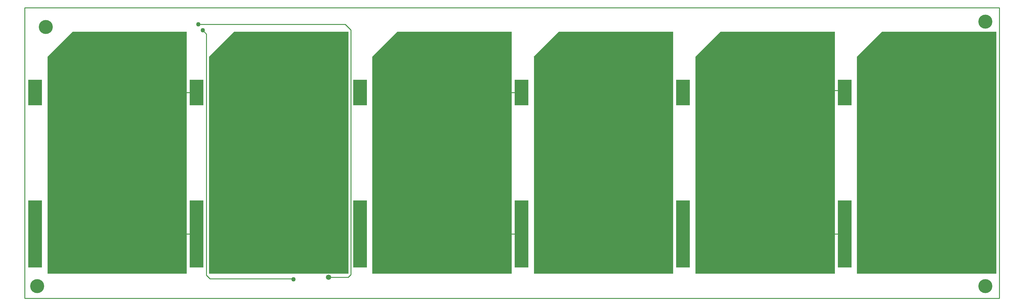
<source format=gtl>
G04 Layer_Physical_Order=1*
G04 Layer_Color=255*
%FSLAX42Y42*%
%MOMM*%
G71*
G01*
G75*
%ADD10R,4.00X19.16*%
%ADD11R,4.00X7.26*%
%ADD12C,1.52*%
%ADD13C,0.25*%
%ADD14C,1.27*%
%ADD15C,4.00*%
%ADD16C,1.50*%
G36*
X13864Y704D02*
X9896D01*
Y6894D01*
X9894Y6896D01*
X10605Y7607D01*
X10606D01*
X13864Y7607D01*
Y704D01*
D02*
G37*
G36*
X9214D02*
X5246D01*
Y6894D01*
X5244Y6896D01*
X5955Y7607D01*
X5956D01*
X9214Y7607D01*
Y704D01*
D02*
G37*
G36*
X4614D02*
X646D01*
Y6894D01*
X644Y6896D01*
X1355Y7607D01*
X1356D01*
X4614Y7607D01*
Y704D01*
D02*
G37*
G36*
X27664D02*
X23696D01*
Y6894D01*
X23694Y6896D01*
X24405Y7607D01*
X24406D01*
X27664Y7607D01*
Y704D01*
D02*
G37*
G36*
X23064D02*
X19096D01*
Y6894D01*
X19094Y6896D01*
X19805Y7607D01*
X19806D01*
X23064Y7607D01*
Y704D01*
D02*
G37*
G36*
X18464D02*
X14496D01*
Y6894D01*
X14494Y6896D01*
X15205Y7607D01*
X15206D01*
X18464Y7607D01*
Y704D01*
D02*
G37*
D10*
X4893Y1836D02*
D03*
X23343D02*
D03*
X14143D02*
D03*
X9543D02*
D03*
X293D02*
D03*
X18743D02*
D03*
D11*
X4893Y5878D02*
D03*
X23343D02*
D03*
X14143D02*
D03*
X9543D02*
D03*
X293D02*
D03*
X18743D02*
D03*
D12*
X7289Y4197D02*
D03*
X11939D02*
D03*
X2689D02*
D03*
X16539D02*
D03*
X25739D02*
D03*
X21139D02*
D03*
D13*
X7633Y559D02*
X7648Y544D01*
X5271Y559D02*
X7633D01*
X5171Y658D02*
X5271Y559D01*
X21139Y4039D02*
Y4197D01*
Y2737D02*
Y4039D01*
X23031Y5931D01*
X23290D01*
X23343Y5878D01*
X11939Y3405D02*
Y4197D01*
Y3405D02*
X13507Y1836D01*
X14143D01*
X2769Y4277D02*
X4369Y5878D01*
X2689Y4197D02*
X2769Y4277D01*
X4262Y2784D01*
Y1836D02*
Y2784D01*
Y1836D02*
X4893D01*
X21139Y2737D02*
X22040Y1836D01*
X23343D01*
X9543Y1232D02*
Y1836D01*
X9119Y7823D02*
X9284Y7658D01*
X4940Y7823D02*
X9119D01*
X5171Y658D02*
Y7544D01*
X6020Y6058D02*
X6160D01*
X7289Y4929D01*
X14859Y5877D02*
X16539Y4197D01*
X25044Y4892D02*
X25739Y4197D01*
X25044Y4892D02*
Y6584D01*
X11939Y4197D02*
X13619Y5878D01*
X14143D01*
X7289Y4197D02*
Y4929D01*
X4369Y5878D02*
X4893D01*
X5065Y7650D02*
X5171Y7544D01*
X0Y0D02*
Y8300D01*
Y0D02*
X27750D01*
Y8300D01*
X0D02*
X27750D01*
X8649Y597D02*
X9207D01*
X9284Y673D01*
Y7658D01*
D14*
X4940Y7823D02*
D03*
X7648Y544D02*
D03*
X6020Y6058D02*
D03*
X14859Y5877D02*
D03*
X25044Y6584D02*
D03*
X5065Y7650D02*
D03*
D15*
X27350Y350D02*
D03*
Y7900D02*
D03*
X350Y350D02*
D03*
X600Y7750D02*
D03*
D16*
X8649Y597D02*
D03*
M02*

</source>
